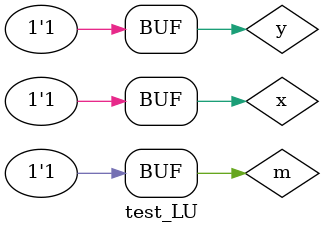
<source format=v>
	module LU (output sOR, output sAND, input a, input b, input m);
	wire notM,andAB,orAB;
	
	not NOT1 (notM, m);
	and AND1 (andAB, a, b);
	or  OR1  (orAB, a, b);
	and AND2 (sOR, orAB, notM);
	and AND3 (sAND, andAB, m);
endmodule 

module test_LU;
// ------------------------- definir dados
   reg x;
	reg y;
	reg m;
	wire w;
	wire z;
	
	LU modulo (w, z, x, y, m);
	
	initial begin: start
		x = 0; 
		y = 0;
		m = 0;
	end
	
// ------------------------- parte principal
   	initial begin
      $display("Exemplo0032 - Mateus Lara Carvalho - 441700");
      $display("Test LU's module");
		$display ("--- CHAVE = 0 ---");
      $monitor("a = %b b = %b sOR = %b",x,y,w); 
		x = 0; y = 0; m = 0;
		#1 
		x = 0; y = 1; m = 0;  
		#1 
		x = 1; y = 0; m = 0;
		#1
		x = 1; y = 1; m = 0;
		#1
		$display ("--- CHAVE = 1 ---");
		$monitor("a = %b b = %b sAND = %b",x,y,z);
		x = 0; y = 0; m = 1;
		#1
		x = 0; y = 1; m = 1;
		#1 
		x = 1; y = 0; m = 1;
		#1 
		x = 1; y = 1; m = 1;
  		end
endmodule // test_LU
</source>
